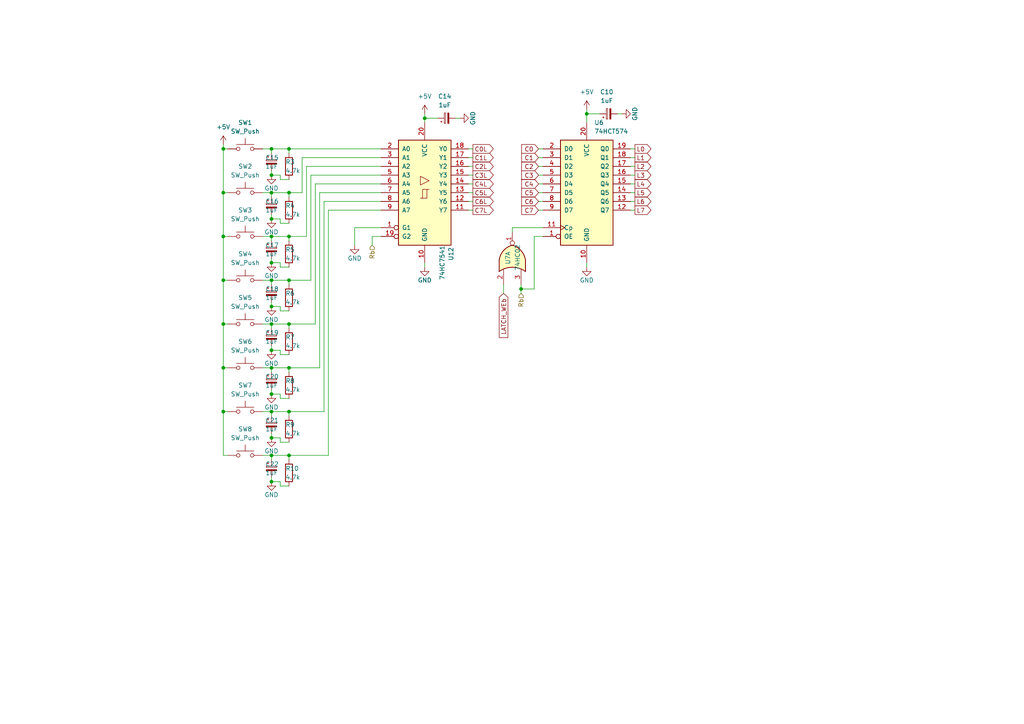
<source format=kicad_sch>
(kicad_sch (version 20231120) (generator "eeschema") (generator_version "8.0")
  (paper "A4")
  (lib_symbols
    (symbol "74xx:74HC02" (pin_names (offset 1.016))
      (property "Reference" "U" (at 0 1.27 0))
      (property "Value" "74HC02" (at 0 -1.27 0))
      (symbol "74HC02_1_1"
        (arc (start -3.81 -3.81) (mid -2.589 0) (end -3.81 3.81) (stroke (width 0.254)))
        (arc (start -0.6096 -3.81) (mid 2.1842 -2.5851) (end 3.81 0) (stroke (width 0.254)) (fill (type background)))
        (polyline (pts (xy -3.81 -3.81) (xy -0.635 -3.81)) (stroke (width 0.254)) (fill (type background)))
        (polyline (pts (xy -3.81 3.81) (xy -0.635 3.81)) (stroke (width 0.254)) (fill (type background)))
        (polyline (pts (xy -0.635 3.81) (xy -3.81 3.81) (xy -3.81 3.81) (xy -3.556 3.4036) (xy -3.0226 2.2606) (xy -2.6924 1.0414) (xy -2.6162 -0.254) (xy -2.7686 -1.4986) (xy -3.175 -2.7178) (xy -3.81 -3.81) (xy -3.81 -3.81) (xy -0.635 -3.81)) (stroke (width -25.4)) (fill (type background)))
        (arc (start 3.81 0) (mid 2.1915 2.5936) (end -0.6096 3.81) (stroke (width 0.254)) (fill (type background)))
        (pin output inverted (at 7.62 0 180) (length 3.81) (name "~") (number "1"))
        (pin input line (at -7.62 2.54 0) (length 4.318) (name "~") (number "2"))
        (pin input line (at -7.62 -2.54 0) (length 4.318) (name "~") (number "3"))
      )
      (symbol "74HC02_1_2"
        (arc (start 0 -3.81) (mid 3.7934 0) (end 0 3.81) (stroke (width 0.254)) (fill (type background)))
        (polyline (pts (xy 0 3.81) (xy -3.81 3.81) (xy -3.81 -3.81) (xy 0 -3.81)) (stroke (width 0.254)) (fill (type background)))
        (pin output line (at 7.62 0 180) (length 3.81) (name "~") (number "1"))
        (pin input inverted (at -7.62 2.54 0) (length 3.81) (name "~") (number "2"))
        (pin input inverted (at -7.62 -2.54 0) (length 3.81) (name "~") (number "3"))
      )
      (symbol "74HC02_2_1"
        (arc (start -3.81 -3.81) (mid -2.589 0) (end -3.81 3.81) (stroke (width 0.254)))
        (arc (start -0.6096 -3.81) (mid 2.1842 -2.5851) (end 3.81 0) (stroke (width 0.254)) (fill (type background)))
        (polyline (pts (xy -3.81 -3.81) (xy -0.635 -3.81)) (stroke (width 0.254)) (fill (type background)))
        (polyline (pts (xy -3.81 3.81) (xy -0.635 3.81)) (stroke (width 0.254)) (fill (type background)))
        (polyline (pts (xy -0.635 3.81) (xy -3.81 3.81) (xy -3.81 3.81) (xy -3.556 3.4036) (xy -3.0226 2.2606) (xy -2.6924 1.0414) (xy -2.6162 -0.254) (xy -2.7686 -1.4986) (xy -3.175 -2.7178) (xy -3.81 -3.81) (xy -3.81 -3.81) (xy -0.635 -3.81)) (stroke (width -25.4)) (fill (type background)))
        (arc (start 3.81 0) (mid 2.1915 2.5936) (end -0.6096 3.81) (stroke (width 0.254)) (fill (type background)))
        (pin output inverted (at 7.62 0 180) (length 3.81) (name "~") (number "4"))
        (pin input line (at -7.62 2.54 0) (length 4.318) (name "~") (number "5"))
        (pin input line (at -7.62 -2.54 0) (length 4.318) (name "~") (number "6"))
      )
      (symbol "74HC02_2_2"
        (arc (start 0 -3.81) (mid 3.7934 0) (end 0 3.81) (stroke (width 0.254)) (fill (type background)))
        (polyline (pts (xy 0 3.81) (xy -3.81 3.81) (xy -3.81 -3.81) (xy 0 -3.81)) (stroke (width 0.254)) (fill (type background)))
        (pin output line (at 7.62 0 180) (length 3.81) (name "~") (number "4"))
        (pin input inverted (at -7.62 2.54 0) (length 3.81) (name "~") (number "5"))
        (pin input inverted (at -7.62 -2.54 0) (length 3.81) (name "~") (number "6"))
      )
      (symbol "74HC02_3_1"
        (arc (start -3.81 -3.81) (mid -2.589 0) (end -3.81 3.81) (stroke (width 0.254)))
        (arc (start -0.6096 -3.81) (mid 2.1842 -2.5851) (end 3.81 0) (stroke (width 0.254)) (fill (type background)))
        (polyline (pts (xy -3.81 -3.81) (xy -0.635 -3.81)) (stroke (width 0.254)) (fill (type background)))
        (polyline (pts (xy -3.81 3.81) (xy -0.635 3.81)) (stroke (width 0.254)) (fill (type background)))
        (polyline (pts (xy -0.635 3.81) (xy -3.81 3.81) (xy -3.81 3.81) (xy -3.556 3.4036) (xy -3.0226 2.2606) (xy -2.6924 1.0414) (xy -2.6162 -0.254) (xy -2.7686 -1.4986) (xy -3.175 -2.7178) (xy -3.81 -3.81) (xy -3.81 -3.81) (xy -0.635 -3.81)) (stroke (width -25.4)) (fill (type background)))
        (arc (start 3.81 0) (mid 2.1915 2.5936) (end -0.6096 3.81) (stroke (width 0.254)) (fill (type background)))
        (pin output inverted (at 7.62 0 180) (length 3.81) (name "~") (number "10"))
        (pin input line (at -7.62 2.54 0) (length 4.318) (name "~") (number "8"))
        (pin input line (at -7.62 -2.54 0) (length 4.318) (name "~") (number "9"))
      )
      (symbol "74HC02_3_2"
        (arc (start 0 -3.81) (mid 3.7934 0) (end 0 3.81) (stroke (width 0.254)) (fill (type background)))
        (polyline (pts (xy 0 3.81) (xy -3.81 3.81) (xy -3.81 -3.81) (xy 0 -3.81)) (stroke (width 0.254)) (fill (type background)))
        (pin output line (at 7.62 0 180) (length 3.81) (name "~") (number "10"))
        (pin input inverted (at -7.62 2.54 0) (length 3.81) (name "~") (number "8"))
        (pin input inverted (at -7.62 -2.54 0) (length 3.81) (name "~") (number "9"))
      )
      (symbol "74HC02_4_1"
        (arc (start -3.81 -3.81) (mid -2.589 0) (end -3.81 3.81) (stroke (width 0.254)))
        (arc (start -0.6096 -3.81) (mid 2.1842 -2.5851) (end 3.81 0) (stroke (width 0.254)) (fill (type background)))
        (polyline (pts (xy -3.81 -3.81) (xy -0.635 -3.81)) (stroke (width 0.254)) (fill (type background)))
        (polyline (pts (xy -3.81 3.81) (xy -0.635 3.81)) (stroke (width 0.254)) (fill (type background)))
        (polyline (pts (xy -0.635 3.81) (xy -3.81 3.81) (xy -3.81 3.81) (xy -3.556 3.4036) (xy -3.0226 2.2606) (xy -2.6924 1.0414) (xy -2.6162 -0.254) (xy -2.7686 -1.4986) (xy -3.175 -2.7178) (xy -3.81 -3.81) (xy -3.81 -3.81) (xy -0.635 -3.81)) (stroke (width -25.4)) (fill (type background)))
        (arc (start 3.81 0) (mid 2.1915 2.5936) (end -0.6096 3.81) (stroke (width 0.254)) (fill (type background)))
        (pin input line (at -7.62 2.54 0) (length 4.318) (name "~") (number "11"))
        (pin input line (at -7.62 -2.54 0) (length 4.318) (name "~") (number "12"))
        (pin output inverted (at 7.62 0 180) (length 3.81) (name "~") (number "13"))
      )
      (symbol "74HC02_4_2"
        (arc (start 0 -3.81) (mid 3.7934 0) (end 0 3.81) (stroke (width 0.254)) (fill (type background)))
        (polyline (pts (xy 0 3.81) (xy -3.81 3.81) (xy -3.81 -3.81) (xy 0 -3.81)) (stroke (width 0.254)) (fill (type background)))
        (pin input inverted (at -7.62 2.54 0) (length 3.81) (name "~") (number "11"))
        (pin input inverted (at -7.62 -2.54 0) (length 3.81) (name "~") (number "12"))
        (pin output line (at 7.62 0 180) (length 3.81) (name "~") (number "13"))
      )
      (symbol "74HC02_5_0"
        (pin power_in line (at 0 12.7 270) (length 5.08) (name "VCC") (number "14"))
        (pin power_in line (at 0 -12.7 90) (length 5.08) (name "GND") (number "7"))
      )
      (symbol "74HC02_5_1"
        (rectangle (start -5.08 7.62) (end 5.08 -7.62) (stroke (width 0.254)) (fill (type background)))
      )
    )
    (symbol "74xx:74HCT541" (pin_names (offset 1.016))
      (property "Reference" "U" (at -7.62 16.51 0))
      (property "Value" "74HCT541" (at -7.62 -16.51 0))
      (symbol "74HCT541_1_0"
        (polyline (pts (xy -0.635 -1.6002) (xy -0.635 0.9398) (xy 0.635 0.9398)))
        (polyline (pts (xy -1.27 -1.6002) (xy 0.635 -1.6002) (xy 0.635 0.9398) (xy 1.27 0.9398)))
        (polyline (pts (xy 1.27 3.4798) (xy -1.27 4.7498) (xy -1.27 2.2098) (xy 1.27 3.4798)) (stroke (width 0.1524)))
        (pin input inverted (at -12.7 -10.16 0) (length 5.08) (name "G1") (number "1"))
        (pin power_in line (at 0 -20.32 90) (length 5.08) (name "GND") (number "10"))
        (pin tri_state line (at 12.7 -5.08 180) (length 5.08) (name "Y7") (number "11"))
        (pin tri_state line (at 12.7 -2.54 180) (length 5.08) (name "Y6") (number "12"))
        (pin tri_state line (at 12.7 0 180) (length 5.08) (name "Y5") (number "13"))
        (pin tri_state line (at 12.7 2.54 180) (length 5.08) (name "Y4") (number "14"))
        (pin tri_state line (at 12.7 5.08 180) (length 5.08) (name "Y3") (number "15"))
        (pin tri_state line (at 12.7 7.62 180) (length 5.08) (name "Y2") (number "16"))
        (pin tri_state line (at 12.7 10.16 180) (length 5.08) (name "Y1") (number "17"))
        (pin tri_state line (at 12.7 12.7 180) (length 5.08) (name "Y0") (number "18"))
        (pin input inverted (at -12.7 -12.7 0) (length 5.08) (name "G2") (number "19"))
        (pin input line (at -12.7 12.7 0) (length 5.08) (name "A0") (number "2"))
        (pin power_in line (at 0 20.32 270) (length 5.08) (name "VCC") (number "20"))
        (pin input line (at -12.7 10.16 0) (length 5.08) (name "A1") (number "3"))
        (pin input line (at -12.7 7.62 0) (length 5.08) (name "A2") (number "4"))
        (pin input line (at -12.7 5.08 0) (length 5.08) (name "A3") (number "5"))
        (pin input line (at -12.7 2.54 0) (length 5.08) (name "A4") (number "6"))
        (pin input line (at -12.7 0 0) (length 5.08) (name "A5") (number "7"))
        (pin input line (at -12.7 -2.54 0) (length 5.08) (name "A6") (number "8"))
        (pin input line (at -12.7 -5.08 0) (length 5.08) (name "A7") (number "9"))
      )
      (symbol "74HCT541_1_1"
        (rectangle (start -7.62 15.24) (end 7.62 -15.24) (stroke (width 0.254)) (fill (type background)))
      )
    )
    (symbol "74xx:74HCT574" (pin_names (offset 1.016))
      (property "Reference" "U" (at -7.62 16.51 0))
      (property "Value" "74HCT574" (at -7.62 -16.51 0))
      (symbol "74HCT574_1_0"
        (pin input inverted (at -12.7 -12.7 0) (length 5.08) (name "OE") (number "1"))
        (pin power_in line (at 0 -20.32 90) (length 5.08) (name "GND") (number "10"))
        (pin input clock (at -12.7 -10.16 0) (length 5.08) (name "Cp") (number "11"))
        (pin tri_state line (at 12.7 -5.08 180) (length 5.08) (name "Q7") (number "12"))
        (pin tri_state line (at 12.7 -2.54 180) (length 5.08) (name "Q6") (number "13"))
        (pin tri_state line (at 12.7 0 180) (length 5.08) (name "Q5") (number "14"))
        (pin tri_state line (at 12.7 2.54 180) (length 5.08) (name "Q4") (number "15"))
        (pin tri_state line (at 12.7 5.08 180) (length 5.08) (name "Q3") (number "16"))
        (pin tri_state line (at 12.7 7.62 180) (length 5.08) (name "Q2") (number "17"))
        (pin tri_state line (at 12.7 10.16 180) (length 5.08) (name "Q1") (number "18"))
        (pin tri_state line (at 12.7 12.7 180) (length 5.08) (name "Q0") (number "19"))
        (pin input line (at -12.7 12.7 0) (length 5.08) (name "D0") (number "2"))
        (pin power_in line (at 0 20.32 270) (length 5.08) (name "VCC") (number "20"))
        (pin input line (at -12.7 10.16 0) (length 5.08) (name "D1") (number "3"))
        (pin input line (at -12.7 7.62 0) (length 5.08) (name "D2") (number "4"))
        (pin input line (at -12.7 5.08 0) (length 5.08) (name "D3") (number "5"))
        (pin input line (at -12.7 2.54 0) (length 5.08) (name "D4") (number "6"))
        (pin input line (at -12.7 0 0) (length 5.08) (name "D5") (number "7"))
        (pin input line (at -12.7 -2.54 0) (length 5.08) (name "D6") (number "8"))
        (pin input line (at -12.7 -5.08 0) (length 5.08) (name "D7") (number "9"))
      )
      (symbol "74HCT574_1_1"
        (rectangle (start -7.62 15.24) (end 7.62 -15.24) (stroke (width 0.254)) (fill (type background)))
      )
    )
    (symbol "Device:C_Polarized_Small" (pin_numbers hide) (pin_names (offset 0.254) hide)
      (property "Reference" "C" (at 0.254 1.778 0))
      (property "Value" "C_Polarized_Small" (at 0.254 -2.032 0))
      (symbol "C_Polarized_Small_0_1"
        (rectangle (start -1.524 -0.3048) (end 1.524 -0.6858) (fill (type outline)))
        (rectangle (start -1.524 0.6858) (end 1.524 0.3048))
        (polyline (pts (xy -1.27 1.524) (xy -0.762 1.524)))
        (polyline (pts (xy -1.016 1.27) (xy -1.016 1.778)))
      )
      (symbol "C_Polarized_Small_1_1"
        (pin passive line (at 0 2.54 270) (length 1.8542) (name "~") (number "1"))
        (pin passive line (at 0 -2.54 90) (length 1.8542) (name "~") (number "2"))
      )
    )
    (symbol "Device:R" (pin_numbers hide) (pin_names (offset 0))
      (property "Reference" "R" (at 2.032 0 90))
      (property "Value" "R" (at 0 0 90))
      (symbol "R_0_1"
        (rectangle (start -1.016 -2.54) (end 1.016 2.54) (stroke (width 0.254)))
      )
      (symbol "R_1_1"
        (pin passive line (at 0 3.81 270) (length 1.27) (name "~") (number "1"))
        (pin passive line (at 0 -3.81 90) (length 1.27) (name "~") (number "2"))
      )
    )
    (symbol "Switch:SW_Push" (pin_numbers hide) (pin_names (offset 1.016) hide)
      (property "Reference" "SW" (at 1.27 2.54 0))
      (property "Value" "SW_Push" (at 0 -1.524 0))
      (symbol "SW_Push_0_1"
        (circle (center -2.032 0) (radius 0.508))
        (polyline (pts (xy 0 1.27) (xy 0 3.048)))
        (polyline (pts (xy 2.54 1.27) (xy -2.54 1.27)))
        (circle (center 2.032 0) (radius 0.508))
        (pin passive line (at -5.08 0 0) (length 2.54) (name "1") (number "1"))
        (pin passive line (at 5.08 0 180) (length 2.54) (name "2") (number "2"))
      )
    )
    (symbol "power:+5V" (power) (pin_names (offset 0))
      (property "Value" "+5V" (at 0 3.556 0))
      (symbol "+5V_0_1"
        (polyline (pts (xy -0.762 1.27) (xy 0 2.54)))
        (polyline (pts (xy 0 0) (xy 0 2.54)))
        (polyline (pts (xy 0 2.54) (xy 0.762 1.27)))
      )
      (symbol "+5V_1_1"
        (pin power_in line (at 0 0 90) (length 0) hide (name "+5V") (number "1"))
      )
    )
    (symbol "power:GND" (power) (pin_names (offset 0))
      (property "Value" "GND" (at 0 -3.81 0))
      (symbol "GND_0_1"
        (polyline (pts (xy 0 0) (xy 0 -1.27) (xy 1.27 -1.27) (xy 0 -2.54) (xy -1.27 -1.27) (xy 0 -1.27)))
      )
      (symbol "GND_1_1"
        (pin power_in line (at 0 0 270) (length 0) hide (name "GND") (number "1"))
      )
    )
  )
  (junction (at 78.74 127))
  (junction (at 78.74 132.08))
  (junction (at 83.82 119.38))
  (junction (at 83.82 93.98))
  (junction (at 64.77 81.28))
  (junction (at 78.74 81.28))
  (junction (at 123.19 34.29))
  (junction (at 64.77 119.38))
  (junction (at 83.82 132.08))
  (junction (at 78.74 101.6))
  (junction (at 64.77 106.68))
  (junction (at 83.82 55.88))
  (junction (at 151.13 83.82))
  (junction (at 170.18 33.02))
  (junction (at 64.77 68.58))
  (junction (at 78.74 106.68))
  (junction (at 83.82 43.18))
  (junction (at 64.77 55.88))
  (junction (at 78.74 114.3))
  (junction (at 78.74 55.88))
  (junction (at 78.74 63.5))
  (junction (at 64.77 93.98))
  (junction (at 64.77 43.18))
  (junction (at 78.74 88.9))
  (junction (at 78.74 50.8))
  (junction (at 78.74 139.7))
  (junction (at 78.74 43.18))
  (junction (at 78.74 76.2))
  (junction (at 83.82 68.58))
  (junction (at 78.74 119.38))
  (junction (at 83.82 106.68))
  (junction (at 78.74 93.98))
  (junction (at 78.74 68.58))
  (junction (at 83.82 81.28))
  (wire (pts (xy 78.74 138.43) (xy 78.74 139.7)))
  (wire (pts (xy 133.35 34.29) (xy 132.08 34.29)))
  (wire (pts (xy 87.63 45.72) (xy 87.63 55.88)))
  (wire (pts (xy 78.74 125.73) (xy 78.74 127)))
  (wire (pts (xy 78.74 81.28) (xy 76.2 81.28)))
  (wire (pts (xy 151.13 85.09) (xy 151.13 83.82)))
  (wire (pts (xy 156.21 53.34) (xy 157.48 53.34)))
  (wire (pts (xy 81.28 77.47) (xy 81.28 76.2)))
  (wire (pts (xy 78.74 119.38) (xy 83.82 119.38)))
  (wire (pts (xy 137.16 60.96) (xy 135.89 60.96)))
  (wire (pts (xy 156.21 43.18) (xy 157.48 43.18)))
  (wire (pts (xy 64.77 55.88) (xy 64.77 68.58)))
  (wire (pts (xy 156.21 50.8) (xy 157.48 50.8)))
  (wire (pts (xy 107.95 71.12) (xy 107.95 68.58)))
  (wire (pts (xy 66.04 106.68) (xy 64.77 106.68)))
  (wire (pts (xy 78.74 49.53) (xy 78.74 50.8)))
  (wire (pts (xy 81.28 52.07) (xy 81.28 50.8)))
  (wire (pts (xy 110.49 60.96) (xy 95.25 60.96)))
  (wire (pts (xy 184.15 55.88) (xy 182.88 55.88)))
  (wire (pts (xy 66.04 43.18) (xy 64.77 43.18)))
  (wire (pts (xy 156.21 58.42) (xy 157.48 58.42)))
  (wire (pts (xy 83.82 107.95) (xy 83.82 106.68)))
  (wire (pts (xy 78.74 106.68) (xy 76.2 106.68)))
  (wire (pts (xy 81.28 140.97) (xy 81.28 139.7)))
  (wire (pts (xy 137.16 50.8) (xy 135.89 50.8)))
  (wire (pts (xy 170.18 33.02) (xy 170.18 35.56)))
  (wire (pts (xy 148.59 66.04) (xy 148.59 67.31)))
  (wire (pts (xy 76.2 119.38) (xy 78.74 119.38)))
  (wire (pts (xy 91.44 53.34) (xy 91.44 93.98)))
  (wire (pts (xy 137.16 48.26) (xy 135.89 48.26)))
  (wire (pts (xy 123.19 34.29) (xy 123.19 35.56)))
  (wire (pts (xy 83.82 82.55) (xy 83.82 81.28)))
  (wire (pts (xy 184.15 48.26) (xy 182.88 48.26)))
  (wire (pts (xy 83.82 120.65) (xy 83.82 119.38)))
  (wire (pts (xy 78.74 55.88) (xy 76.2 55.88)))
  (wire (pts (xy 81.28 114.3) (xy 78.74 114.3)))
  (wire (pts (xy 110.49 66.04) (xy 102.87 66.04)))
  (wire (pts (xy 64.77 41.91) (xy 64.77 43.18)))
  (wire (pts (xy 78.74 133.35) (xy 78.74 132.08)))
  (wire (pts (xy 81.28 76.2) (xy 78.74 76.2)))
  (wire (pts (xy 102.87 66.04) (xy 102.87 71.12)))
  (wire (pts (xy 78.74 120.65) (xy 78.74 119.38)))
  (wire (pts (xy 95.25 60.96) (xy 95.25 132.08)))
  (wire (pts (xy 123.19 33.02) (xy 123.19 34.29)))
  (wire (pts (xy 78.74 69.85) (xy 78.74 68.58)))
  (wire (pts (xy 83.82 69.85) (xy 83.82 68.58)))
  (wire (pts (xy 170.18 33.02) (xy 173.99 33.02)))
  (wire (pts (xy 64.77 93.98) (xy 64.77 106.68)))
  (wire (pts (xy 83.82 81.28) (xy 78.74 81.28)))
  (wire (pts (xy 137.16 45.72) (xy 135.89 45.72)))
  (wire (pts (xy 83.82 43.18) (xy 110.49 43.18)))
  (wire (pts (xy 64.77 106.68) (xy 64.77 119.38)))
  (wire (pts (xy 83.82 115.57) (xy 81.28 115.57)))
  (wire (pts (xy 83.82 64.77) (xy 81.28 64.77)))
  (wire (pts (xy 110.49 55.88) (xy 92.71 55.88)))
  (wire (pts (xy 78.74 93.98) (xy 76.2 93.98)))
  (wire (pts (xy 83.82 90.17) (xy 81.28 90.17)))
  (wire (pts (xy 78.74 113.03) (xy 78.74 114.3)))
  (wire (pts (xy 64.77 119.38) (xy 66.04 119.38)))
  (wire (pts (xy 83.82 77.47) (xy 81.28 77.47)))
  (wire (pts (xy 107.95 68.58) (xy 110.49 68.58)))
  (wire (pts (xy 184.15 45.72) (xy 182.88 45.72)))
  (wire (pts (xy 90.17 50.8) (xy 90.17 81.28)))
  (wire (pts (xy 64.77 55.88) (xy 66.04 55.88)))
  (wire (pts (xy 81.28 90.17) (xy 81.28 88.9)))
  (wire (pts (xy 81.28 50.8) (xy 78.74 50.8)))
  (wire (pts (xy 123.19 77.47) (xy 123.19 76.2)))
  (wire (pts (xy 81.28 115.57) (xy 81.28 114.3)))
  (wire (pts (xy 170.18 77.47) (xy 170.18 76.2)))
  (wire (pts (xy 64.77 68.58) (xy 64.77 81.28)))
  (wire (pts (xy 81.28 139.7) (xy 78.74 139.7)))
  (wire (pts (xy 83.82 55.88) (xy 78.74 55.88)))
  (wire (pts (xy 78.74 68.58) (xy 83.82 68.58)))
  (wire (pts (xy 76.2 68.58) (xy 78.74 68.58)))
  (wire (pts (xy 184.15 43.18) (xy 182.88 43.18)))
  (wire (pts (xy 154.94 68.58) (xy 154.94 83.82)))
  (wire (pts (xy 78.74 62.23) (xy 78.74 63.5)))
  (wire (pts (xy 83.82 44.45) (xy 83.82 43.18)))
  (wire (pts (xy 83.82 93.98) (xy 78.74 93.98)))
  (wire (pts (xy 156.21 60.96) (xy 157.48 60.96)))
  (wire (pts (xy 92.71 106.68) (xy 83.82 106.68)))
  (wire (pts (xy 83.82 119.38) (xy 93.98 119.38)))
  (wire (pts (xy 151.13 83.82) (xy 154.94 83.82)))
  (wire (pts (xy 83.82 57.15) (xy 83.82 55.88)))
  (wire (pts (xy 110.49 53.34) (xy 91.44 53.34)))
  (wire (pts (xy 110.49 50.8) (xy 90.17 50.8)))
  (wire (pts (xy 180.34 33.02) (xy 179.07 33.02)))
  (wire (pts (xy 137.16 55.88) (xy 135.89 55.88)))
  (wire (pts (xy 78.74 95.25) (xy 78.74 93.98)))
  (wire (pts (xy 81.28 128.27) (xy 81.28 127)))
  (wire (pts (xy 81.28 88.9) (xy 78.74 88.9)))
  (wire (pts (xy 93.98 119.38) (xy 93.98 58.42)))
  (wire (pts (xy 81.28 127) (xy 78.74 127)))
  (wire (pts (xy 151.13 83.82) (xy 151.13 82.55)))
  (wire (pts (xy 64.77 81.28) (xy 64.77 93.98)))
  (wire (pts (xy 157.48 66.04) (xy 148.59 66.04)))
  (wire (pts (xy 92.71 55.88) (xy 92.71 106.68)))
  (wire (pts (xy 78.74 82.55) (xy 78.74 81.28)))
  (wire (pts (xy 83.82 95.25) (xy 83.82 93.98)))
  (wire (pts (xy 81.28 101.6) (xy 78.74 101.6)))
  (wire (pts (xy 137.16 58.42) (xy 135.89 58.42)))
  (wire (pts (xy 93.98 58.42) (xy 110.49 58.42)))
  (wire (pts (xy 83.82 140.97) (xy 81.28 140.97)))
  (wire (pts (xy 87.63 55.88) (xy 83.82 55.88)))
  (wire (pts (xy 78.74 87.63) (xy 78.74 88.9)))
  (wire (pts (xy 137.16 53.34) (xy 135.89 53.34)))
  (wire (pts (xy 83.82 132.08) (xy 78.74 132.08)))
  (wire (pts (xy 81.28 102.87) (xy 81.28 101.6)))
  (wire (pts (xy 184.15 53.34) (xy 182.88 53.34)))
  (wire (pts (xy 83.82 106.68) (xy 78.74 106.68)))
  (wire (pts (xy 78.74 100.33) (xy 78.74 101.6)))
  (wire (pts (xy 83.82 52.07) (xy 81.28 52.07)))
  (wire (pts (xy 64.77 81.28) (xy 66.04 81.28)))
  (wire (pts (xy 156.21 48.26) (xy 157.48 48.26)))
  (wire (pts (xy 78.74 44.45) (xy 78.74 43.18)))
  (wire (pts (xy 156.21 45.72) (xy 157.48 45.72)))
  (wire (pts (xy 146.05 82.55) (xy 146.05 85.09)))
  (wire (pts (xy 95.25 132.08) (xy 83.82 132.08)))
  (wire (pts (xy 83.82 102.87) (xy 81.28 102.87)))
  (wire (pts (xy 88.9 68.58) (xy 88.9 48.26)))
  (wire (pts (xy 76.2 43.18) (xy 78.74 43.18)))
  (wire (pts (xy 90.17 81.28) (xy 83.82 81.28)))
  (wire (pts (xy 123.19 34.29) (xy 127 34.29)))
  (wire (pts (xy 66.04 132.08) (xy 64.77 132.08)))
  (wire (pts (xy 83.82 68.58) (xy 88.9 68.58)))
  (wire (pts (xy 88.9 48.26) (xy 110.49 48.26)))
  (wire (pts (xy 184.15 60.96) (xy 182.88 60.96)))
  (wire (pts (xy 64.77 43.18) (xy 64.77 55.88)))
  (wire (pts (xy 78.74 107.95) (xy 78.74 106.68)))
  (wire (pts (xy 83.82 128.27) (xy 81.28 128.27)))
  (wire (pts (xy 137.16 43.18) (xy 135.89 43.18)))
  (wire (pts (xy 184.15 58.42) (xy 182.88 58.42)))
  (wire (pts (xy 83.82 133.35) (xy 83.82 132.08)))
  (wire (pts (xy 78.74 74.93) (xy 78.74 76.2)))
  (wire (pts (xy 91.44 93.98) (xy 83.82 93.98)))
  (wire (pts (xy 78.74 57.15) (xy 78.74 55.88)))
  (wire (pts (xy 64.77 93.98) (xy 66.04 93.98)))
  (wire (pts (xy 170.18 31.75) (xy 170.18 33.02)))
  (wire (pts (xy 78.74 132.08) (xy 76.2 132.08)))
  (wire (pts (xy 64.77 68.58) (xy 66.04 68.58)))
  (wire (pts (xy 81.28 64.77) (xy 81.28 63.5)))
  (wire (pts (xy 156.21 55.88) (xy 157.48 55.88)))
  (wire (pts (xy 154.94 68.58) (xy 157.48 68.58)))
  (wire (pts (xy 64.77 132.08) (xy 64.77 119.38)))
  (wire (pts (xy 78.74 43.18) (xy 83.82 43.18)))
  (wire (pts (xy 184.15 50.8) (xy 182.88 50.8)))
  (wire (pts (xy 81.28 63.5) (xy 78.74 63.5)))
  (wire (pts (xy 110.49 45.72) (xy 87.63 45.72)))
  (global_label "C2L" (shape output) (at 137.16 48.26 0) (property "Intersheetrefs" "${INTERSHEET_REFS}" (effects (hide yes))))
  (global_label "C1L" (shape output) (at 137.16 45.72 0) (property "Intersheetrefs" "${INTERSHEET_REFS}" (effects (hide yes))))
  (global_label "C4" (shape input) (at 156.21 53.34 180) (property "Intersheetrefs" "${INTERSHEET_REFS}" (effects (hide yes))))
  (global_label "L0" (shape output) (at 184.15 43.18 0) (property "Intersheetrefs" "${INTERSHEET_REFS}" (effects (hide yes))))
  (global_label "C0L" (shape output) (at 137.16 43.18 0) (property "Intersheetrefs" "${INTERSHEET_REFS}" (effects (hide yes))))
  (global_label "C6" (shape input) (at 156.21 58.42 180) (property "Intersheetrefs" "${INTERSHEET_REFS}" (effects (hide yes))))
  (global_label "C5L" (shape output) (at 137.16 55.88 0) (property "Intersheetrefs" "${INTERSHEET_REFS}" (effects (hide yes))))
  (global_label "L6" (shape output) (at 184.15 58.42 0) (property "Intersheetrefs" "${INTERSHEET_REFS}" (effects (hide yes))))
  (global_label "C7" (shape input) (at 156.21 60.96 180) (property "Intersheetrefs" "${INTERSHEET_REFS}" (effects (hide yes))))
  (global_label "L1" (shape output) (at 184.15 45.72 0) (property "Intersheetrefs" "${INTERSHEET_REFS}" (effects (hide yes))))
  (global_label "C6L" (shape output) (at 137.16 58.42 0) (property "Intersheetrefs" "${INTERSHEET_REFS}" (effects (hide yes))))
  (global_label "C3L" (shape output) (at 137.16 50.8 0) (property "Intersheetrefs" "${INTERSHEET_REFS}" (effects (hide yes))))
  (global_label "C2" (shape input) (at 156.21 48.26 180) (property "Intersheetrefs" "${INTERSHEET_REFS}" (effects (hide yes))))
  (global_label "C1" (shape input) (at 156.21 45.72 180) (property "Intersheetrefs" "${INTERSHEET_REFS}" (effects (hide yes))))
  (global_label "C5" (shape input) (at 156.21 55.88 180) (property "Intersheetrefs" "${INTERSHEET_REFS}" (effects (hide yes))))
  (global_label "C7L" (shape output) (at 137.16 60.96 0) (property "Intersheetrefs" "${INTERSHEET_REFS}" (effects (hide yes))))
  (global_label "L4" (shape output) (at 184.15 53.34 0) (property "Intersheetrefs" "${INTERSHEET_REFS}" (effects (hide yes))))
  (global_label "LATCH_WEb" (shape input) (at 146.05 85.09 270) (property "Intersheetrefs" "${INTERSHEET_REFS}" (effects (hide yes))))
  (global_label "C4L" (shape output) (at 137.16 53.34 0) (property "Intersheetrefs" "${INTERSHEET_REFS}" (effects (hide yes))))
  (global_label "C3" (shape input) (at 156.21 50.8 180) (property "Intersheetrefs" "${INTERSHEET_REFS}" (effects (hide yes))))
  (global_label "L7" (shape output) (at 184.15 60.96 0) (property "Intersheetrefs" "${INTERSHEET_REFS}" (effects (hide yes))))
  (global_label "C0" (shape input) (at 156.21 43.18 180) (property "Intersheetrefs" "${INTERSHEET_REFS}" (effects (hide yes))))
  (global_label "L2" (shape output) (at 184.15 48.26 0) (property "Intersheetrefs" "${INTERSHEET_REFS}" (effects (hide yes))))
  (global_label "L5" (shape output) (at 184.15 55.88 0) (property "Intersheetrefs" "${INTERSHEET_REFS}" (effects (hide yes))))
  (global_label "L3" (shape output) (at 184.15 50.8 0) (property "Intersheetrefs" "${INTERSHEET_REFS}" (effects (hide yes))))
  (hierarchical_label "Rb" (shape input) (at 107.95 71.12 270))
  (hierarchical_label "Rb" (shape input) (at 151.13 85.09 270))
  (symbol (lib_id "power:+5V") (at 64.77 41.91 0) (unit 1)
    (property "Reference" "#PWR048" (effects (hide yes)))
    (property "Value" "+5V" (at 64.77 36.83 0))
    (instances (project "Claculator_Keypad" (path "" (reference "#PWR048") (unit 1)) (path "" (reference "#PWR061") (unit 1)) (path "" (reference "#PWR077") (unit 1)) (path "" (reference "#PWR093") (unit 1)) (path "" (reference "#PWR0109") (unit 1)) (path "" (reference "#PWR0134") (unit 1))))
  )
  (symbol (lib_id "Switch:SW_Push") (at 71.12 68.58 0) (unit 1)
    (property "Reference" "SW3" (at 71.12 60.96 0))
    (property "Value" "SW_Push" (at 71.12 63.5 0))
    (property "Footprint" "keyswitches:SW_MX" (effects (hide yes)))
    (property "Description" "Push button switch, generic, two pins" (effects (hide yes)))
    (instances (project "Claculator_Keypad" (path "" (reference "SW3") (unit 1)) (path "" (reference "SW11") (unit 1)) (path "" (reference "SW19") (unit 1)) (path "" (reference "SW27") (unit 1)) (path "" (reference "SW35") (unit 1)) (path "" (reference "SW43") (unit 1))))
  )
  (symbol (lib_id "Switch:SW_Push") (at 71.12 81.28 0) (unit 1)
    (property "Reference" "SW4" (at 71.12 73.66 0))
    (property "Value" "SW_Push" (at 71.12 76.2 0))
    (property "Footprint" "keyswitches:SW_MX" (effects (hide yes)))
    (property "Description" "Push button switch, generic, two pins" (effects (hide yes)))
    (instances (project "Claculator_Keypad" (path "" (reference "SW4") (unit 1)) (path "" (reference "SW12") (unit 1)) (path "" (reference "SW20") (unit 1)) (path "" (reference "SW28") (unit 1)) (path "" (reference "SW36") (unit 1)) (path "" (reference "SW44") (unit 1))))
  )
  (symbol (lib_id "Device:R") (at 83.82 124.46 0) (unit 1)
    (property "Reference" "R9" (at 82.804 123.19 0) (effects (justify left)))
    (property "Value" "4.7k" (at 82.804 125.73 0) (effects (justify left)))
    (property "Footprint" "Resistor_SMD:R_1206_3216Metric" (effects (hide yes)))
    (property "Description" "Resistor" (effects (hide yes)))
    (instances (project "Claculator_Keypad" (path "" (reference "R9") (unit 1)) (path "" (reference "R17") (unit 1)) (path "" (reference "R25") (unit 1)) (path "" (reference "R33") (unit 1)) (path "" (reference "R41") (unit 1)) (path "" (reference "R49") (unit 1))))
  )
  (symbol (lib_id "74xx:74HCT574") (at 170.18 55.88 0) (unit 1)
    (property "Reference" "U6" (at 172.3741 35.56 0) (effects (justify left)))
    (property "Value" "74HCT574" (at 172.3741 38.1 0) (effects (justify left)))
    (property "Datasheet" "http://www.ti.com/lit/gpn/sn74HCT574" (effects (hide yes)))
    (property "Description" "8-bit Register, 3-state outputs" (effects (hide yes)))
    (instances (project "Claculator_Keypad" (path "" (reference "U6") (unit 1)) (path "" (reference "U19") (unit 1)) (path "" (reference "U21") (unit 1)) (path "" (reference "U23") (unit 1)) (path "" (reference "U29") (unit 1)) (path "" (reference "U28") (unit 1))))
  )
  (symbol (lib_id "power:GND") (at 78.74 88.9 0) (unit 1)
    (property "Reference" "#PWR043" (effects (hide yes)))
    (property "Value" "GND" (at 78.74 92.71 0))
    (instances (project "Claculator_Keypad" (path "" (reference "#PWR043") (unit 1)) (path "" (reference "#PWR065") (unit 1)) (path "" (reference "#PWR081") (unit 1)) (path "" (reference "#PWR097") (unit 1)) (path "" (reference "#PWR0113") (unit 1)) (path "" (reference "#PWR0138") (unit 1))))
  )
  (symbol (lib_id "power:GND") (at 133.35 34.29 90) (unit 1)
    (property "Reference" "#PWR037" (effects (hide yes)))
    (property "Value" "GND" (at 137.16 34.29 0))
    (instances (project "Claculator_Keypad" (path "" (reference "#PWR037") (unit 1)) (path "" (reference "#PWR073") (unit 1)) (path "" (reference "#PWR089") (unit 1)) (path "" (reference "#PWR0105") (unit 1)) (path "" (reference "#PWR0121") (unit 1)) (path "" (reference "#PWR0146") (unit 1))))
  )
  (symbol (lib_id "Device:C_Polarized_Small") (at 78.74 135.89 0) (unit 1)
    (property "Reference" "C22" (at 76.962 134.62 0) (effects (justify left)))
    (property "Value" "1uF" (at 76.962 137.16 0) (effects (justify left)))
    (property "Footprint" "Capacitor_SMD:C_1206_3216Metric" (effects (hide yes)))
    (instances (project "Claculator_Keypad" (path "" (reference "C22") (unit 1)) (path "" (reference "C35") (unit 1)) (path "" (reference "C45") (unit 1)) (path "" (reference "C55") (unit 1)) (path "" (reference "C65") (unit 1)) (path "" (reference "C79") (unit 1))))
  )
  (symbol (lib_id "Device:R") (at 83.82 86.36 0) (unit 1)
    (property "Reference" "R6" (at 82.804 85.09 0) (effects (justify left)))
    (property "Value" "4.7k" (at 82.804 87.63 0) (effects (justify left)))
    (property "Footprint" "Resistor_SMD:R_1206_3216Metric" (effects (hide yes)))
    (property "Description" "Resistor" (effects (hide yes)))
    (instances (project "Claculator_Keypad" (path "" (reference "R6") (unit 1)) (path "" (reference "R14") (unit 1)) (path "" (reference "R22") (unit 1)) (path "" (reference "R30") (unit 1)) (path "" (reference "R38") (unit 1)) (path "" (reference "R46") (unit 1))))
  )
  (symbol (lib_id "Device:C_Polarized_Small") (at 78.74 85.09 0) (unit 1)
    (property "Reference" "C18" (at 76.962 83.82 0) (effects (justify left)))
    (property "Value" "1uF" (at 76.962 86.36 0) (effects (justify left)))
    (property "Footprint" "Capacitor_SMD:C_1206_3216Metric" (effects (hide yes)))
    (instances (project "Claculator_Keypad" (path "" (reference "C18") (unit 1)) (path "" (reference "C31") (unit 1)) (path "" (reference "C41") (unit 1)) (path "" (reference "C51") (unit 1)) (path "" (reference "C61") (unit 1)) (path "" (reference "C75") (unit 1))))
  )
  (symbol (lib_id "Switch:SW_Push") (at 71.12 119.38 0) (unit 1)
    (property "Reference" "SW7" (at 71.12 111.76 0))
    (property "Value" "SW_Push" (at 71.12 114.3 0))
    (property "Footprint" "keyswitches:SW_MX" (effects (hide yes)))
    (property "Description" "Push button switch, generic, two pins" (effects (hide yes)))
    (instances (project "Claculator_Keypad" (path "" (reference "SW7") (unit 1)) (path "" (reference "SW15") (unit 1)) (path "" (reference "SW23") (unit 1)) (path "" (reference "SW31") (unit 1)) (path "" (reference "SW39") (unit 1)) (path "" (reference "SW47") (unit 1))))
  )
  (symbol (lib_id "Device:C_Polarized_Small") (at 129.54 34.29 90) (unit 1)
    (property "Reference" "C14" (at 128.9939 27.94 90))
    (property "Value" "1uF" (at 128.9939 30.48 90))
    (property "Footprint" "Capacitor_SMD:C_1206_3216Metric" (effects (hide yes)))
    (instances (project "Claculator_Keypad" (path "" (reference "C14") (unit 1)) (path "" (reference "C36") (unit 1)) (path "" (reference "C46") (unit 1)) (path "" (reference "C56") (unit 1)) (path "" (reference "C66") (unit 1)) (path "" (reference "C80") (unit 1))))
  )
  (symbol (lib_id "Switch:SW_Push") (at 71.12 106.68 0) (unit 1)
    (property "Reference" "SW6" (at 71.12 99.06 0))
    (property "Value" "SW_Push" (at 71.12 101.6 0))
    (property "Footprint" "keyswitches:SW_MX" (effects (hide yes)))
    (property "Description" "Push button switch, generic, two pins" (effects (hide yes)))
    (instances (project "Claculator_Keypad" (path "" (reference "SW6") (unit 1)) (path "" (reference "SW14") (unit 1)) (path "" (reference "SW22") (unit 1)) (path "" (reference "SW30") (unit 1)) (path "" (reference "SW38") (unit 1)) (path "" (reference "SW46") (unit 1))))
  )
  (symbol (lib_id "power:GND") (at 78.74 139.7 0) (unit 1)
    (property "Reference" "#PWR047" (effects (hide yes)))
    (property "Value" "GND" (at 78.74 143.51 0))
    (instances (project "Claculator_Keypad" (path "" (reference "#PWR047") (unit 1)) (path "" (reference "#PWR069") (unit 1)) (path "" (reference "#PWR085") (unit 1)) (path "" (reference "#PWR0101") (unit 1)) (path "" (reference "#PWR0117") (unit 1)) (path "" (reference "#PWR0142") (unit 1))))
  )
  (symbol (lib_id "Device:C_Polarized_Small") (at 176.53 33.02 90) (unit 1)
    (property "Reference" "C10" (at 175.9839 26.67 90))
    (property "Value" "1uF" (at 175.9839 29.21 90))
    (property "Footprint" "Capacitor_SMD:C_1206_3216Metric" (effects (hide yes)))
    (instances (project "Claculator_Keypad" (path "" (reference "C10") (unit 1)) (path "" (reference "C37") (unit 1)) (path "" (reference "C47") (unit 1)) (path "" (reference "C57") (unit 1)) (path "" (reference "C67") (unit 1)) (path "" (reference "C81") (unit 1))))
  )
  (symbol (lib_id "74xx:74HC02") (at 148.59 74.93 90) (unit 1)
    (property "Reference" "U7" (at 147.32 72.898 0) (effects (justify right)))
    (property "Value" "74HC02" (at 150.114 70.866 0) (effects (justify right)))
    (property "Datasheet" "http://www.ti.com/lit/gpn/sn74hc02" (effects (hide yes)))
    (property "Description" "quad 2-input NOR gate" (effects (hide yes)))
    (instances (project "Claculator_Keypad" (path "" (reference "U7") (unit 1)) (path "" (reference "U7") (unit 3)) (path "" (reference "U7") (unit 4)) (path "" (reference "U8") (unit 1)) (path "" (reference "U7") (unit 2)) (path "" (reference "U8") (unit 2))))
  )
  (symbol (lib_id "Device:R") (at 83.82 73.66 0) (unit 1)
    (property "Reference" "R5" (at 82.804 72.39 0) (effects (justify left)))
    (property "Value" "4.7k" (at 82.804 74.93 0) (effects (justify left)))
    (property "Footprint" "Resistor_SMD:R_1206_3216Metric" (effects (hide yes)))
    (property "Description" "Resistor" (effects (hide yes)))
    (instances (project "Claculator_Keypad" (path "" (reference "R5") (unit 1)) (path "" (reference "R13") (unit 1)) (path "" (reference "R21") (unit 1)) (path "" (reference "R29") (unit 1)) (path "" (reference "R37") (unit 1)) (path "" (reference "R45") (unit 1))))
  )
  (symbol (lib_id "Device:R") (at 83.82 99.06 0) (unit 1)
    (property "Reference" "R7" (at 82.804 97.79 0) (effects (justify left)))
    (property "Value" "4.7k" (at 82.804 100.33 0) (effects (justify left)))
    (property "Footprint" "Resistor_SMD:R_1206_3216Metric" (effects (hide yes)))
    (property "Description" "Resistor" (effects (hide yes)))
    (instances (project "Claculator_Keypad" (path "" (reference "R7") (unit 1)) (path "" (reference "R15") (unit 1)) (path "" (reference "R23") (unit 1)) (path "" (reference "R31") (unit 1)) (path "" (reference "R39") (unit 1)) (path "" (reference "R47") (unit 1))))
  )
  (symbol (lib_id "Device:C_Polarized_Small") (at 78.74 123.19 0) (unit 1)
    (property "Reference" "C21" (at 76.962 121.92 0) (effects (justify left)))
    (property "Value" "1uF" (at 76.962 124.46 0) (effects (justify left)))
    (property "Footprint" "Capacitor_SMD:C_1206_3216Metric" (effects (hide yes)))
    (instances (project "Claculator_Keypad" (path "" (reference "C21") (unit 1)) (path "" (reference "C34") (unit 1)) (path "" (reference "C44") (unit 1)) (path "" (reference "C54") (unit 1)) (path "" (reference "C64") (unit 1)) (path "" (reference "C78") (unit 1))))
  )
  (symbol (lib_id "power:GND") (at 78.74 127 0) (unit 1)
    (property "Reference" "#PWR046" (effects (hide yes)))
    (property "Value" "GND" (at 78.74 130.81 0))
    (instances (project "Claculator_Keypad" (path "" (reference "#PWR046") (unit 1)) (path "" (reference "#PWR068") (unit 1)) (path "" (reference "#PWR084") (unit 1)) (path "" (reference "#PWR0100") (unit 1)) (path "" (reference "#PWR0116") (unit 1)) (path "" (reference "#PWR0141") (unit 1))))
  )
  (symbol (lib_id "power:GND") (at 102.87 71.12 0) (unit 1)
    (property "Reference" "#PWR039" (effects (hide yes)))
    (property "Value" "GND" (at 102.87 74.93 0))
    (instances (project "Claculator_Keypad" (path "" (reference "#PWR039") (unit 1)) (path "" (reference "#PWR070") (unit 1)) (path "" (reference "#PWR086") (unit 1)) (path "" (reference "#PWR0102") (unit 1)) (path "" (reference "#PWR0118") (unit 1)) (path "" (reference "#PWR0143") (unit 1))))
  )
  (symbol (lib_id "Device:C_Polarized_Small") (at 78.74 46.99 0) (unit 1)
    (property "Reference" "C15" (at 76.962 45.72 0) (effects (justify left)))
    (property "Value" "1uF" (at 76.962 48.26 0) (effects (justify left)))
    (property "Footprint" "Capacitor_SMD:C_1206_3216Metric" (effects (hide yes)))
    (instances (project "Claculator_Keypad" (path "" (reference "C15") (unit 1)) (path "" (reference "C28") (unit 1)) (path "" (reference "C38") (unit 1)) (path "" (reference "C48") (unit 1)) (path "" (reference "C58") (unit 1)) (path "" (reference "C4") (unit 1))))
  )
  (symbol (lib_id "Device:C_Polarized_Small") (at 78.74 110.49 0) (unit 1)
    (property "Reference" "C20" (at 76.962 109.22 0) (effects (justify left)))
    (property "Value" "1uF" (at 76.962 111.76 0) (effects (justify left)))
    (property "Footprint" "Capacitor_SMD:C_1206_3216Metric" (effects (hide yes)))
    (instances (project "Claculator_Keypad" (path "" (reference "C20") (unit 1)) (path "" (reference "C33") (unit 1)) (path "" (reference "C43") (unit 1)) (path "" (reference "C53") (unit 1)) (path "" (reference "C63") (unit 1)) (path "" (reference "C77") (unit 1))))
  )
  (symbol (lib_id "Device:R") (at 83.82 111.76 0) (unit 1)
    (property "Reference" "R8" (at 82.804 110.49 0) (effects (justify left)))
    (property "Value" "4.7k" (at 82.804 113.03 0) (effects (justify left)))
    (property "Footprint" "Resistor_SMD:R_1206_3216Metric" (effects (hide yes)))
    (property "Description" "Resistor" (effects (hide yes)))
    (instances (project "Claculator_Keypad" (path "" (reference "R8") (unit 1)) (path "" (reference "R16") (unit 1)) (path "" (reference "R24") (unit 1)) (path "" (reference "R32") (unit 1)) (path "" (reference "R40") (unit 1)) (path "" (reference "R48") (unit 1))))
  )
  (symbol (lib_id "Switch:SW_Push") (at 71.12 93.98 0) (unit 1)
    (property "Reference" "SW5" (at 71.12 86.36 0))
    (property "Value" "SW_Push" (at 71.12 88.9 0))
    (property "Footprint" "keyswitches:SW_MX" (effects (hide yes)))
    (property "Description" "Push button switch, generic, two pins" (effects (hide yes)))
    (instances (project "Claculator_Keypad" (path "" (reference "SW5") (unit 1)) (path "" (reference "SW13") (unit 1)) (path "" (reference "SW21") (unit 1)) (path "" (reference "SW29") (unit 1)) (path "" (reference "SW37") (unit 1)) (path "" (reference "SW45") (unit 1))))
  )
  (symbol (lib_id "power:GND") (at 78.74 50.8 0) (unit 1)
    (property "Reference" "#PWR040" (effects (hide yes)))
    (property "Value" "GND" (at 78.74 54.61 0))
    (instances (project "Claculator_Keypad" (path "" (reference "#PWR040") (unit 1)) (path "" (reference "#PWR062") (unit 1)) (path "" (reference "#PWR078") (unit 1)) (path "" (reference "#PWR094") (unit 1)) (path "" (reference "#PWR0110") (unit 1)) (path "" (reference "#PWR0135") (unit 1))))
  )
  (symbol (lib_id "Switch:SW_Push") (at 71.12 55.88 0) (unit 1)
    (property "Reference" "SW2" (at 71.12 48.26 0))
    (property "Value" "SW_Push" (at 71.12 50.8 0))
    (property "Footprint" "keyswitches:SW_MX" (effects (hide yes)))
    (property "Description" "Push button switch, generic, two pins" (effects (hide yes)))
    (instances (project "Claculator_Keypad" (path "" (reference "SW2") (unit 1)) (path "" (reference "SW10") (unit 1)) (path "" (reference "SW18") (unit 1)) (path "" (reference "SW26") (unit 1)) (path "" (reference "SW34") (unit 1)) (path "" (reference "SW42") (unit 1))))
  )
  (symbol (lib_id "power:GND") (at 123.19 77.47 0) (unit 1)
    (property "Reference" "#PWR038" (effects (hide yes)))
    (property "Value" "GND" (at 123.19 81.28 0))
    (instances (project "Claculator_Keypad" (path "" (reference "#PWR038") (unit 1)) (path "" (reference "#PWR072") (unit 1)) (path "" (reference "#PWR088") (unit 1)) (path "" (reference "#PWR0104") (unit 1)) (path "" (reference "#PWR0120") (unit 1)) (path "" (reference "#PWR0145") (unit 1))))
  )
  (symbol (lib_id "74xx:74HCT541") (at 123.19 55.88 0) (unit 1)
    (property "Reference" "U12" (at 130.81 73.66 90))
    (property "Value" "74HC7541" (at 128.27 76.2 90))
    (property "Footprint" "Package_SO:SOIC-20W_7.5x12.8mm_P1.27mm" (effects (hide yes)))
    (property "Datasheet" "http://www.ti.com/lit/gpn/sn74HCT541" (effects (hide yes)))
    (instances (project "Claculator_Keypad" (path "" (reference "U12") (unit 1)) (path "" (reference "U18") (unit 1)) (path "" (reference "U20") (unit 1)) (path "" (reference "U22") (unit 1)) (path "" (reference "U27") (unit 1)) (path "" (reference "U25") (unit 1))))
  )
  (symbol (lib_id "power:GND") (at 78.74 114.3 0) (unit 1)
    (property "Reference" "#PWR045" (effects (hide yes)))
    (property "Value" "GND" (at 78.74 118.11 0))
    (instances (project "Claculator_Keypad" (path "" (reference "#PWR045") (unit 1)) (path "" (reference "#PWR067") (unit 1)) (path "" (reference "#PWR083") (unit 1)) (path "" (reference "#PWR099") (unit 1)) (path "" (reference "#PWR0115") (unit 1)) (path "" (reference "#PWR0140") (unit 1))))
  )
  (symbol (lib_id "power:GND") (at 170.18 77.47 0) (unit 1)
    (property "Reference" "#PWR029" (effects (hide yes)))
    (property "Value" "GND" (at 170.18 81.28 0))
    (instances (project "Claculator_Keypad" (path "" (reference "#PWR029") (unit 1)) (path "" (reference "#PWR075") (unit 1)) (path "" (reference "#PWR091") (unit 1)) (path "" (reference "#PWR0107") (unit 1)) (path "" (reference "#PWR0123") (unit 1)) (path "" (reference "#PWR0148") (unit 1))))
  )
  (symbol (lib_id "power:GND") (at 78.74 101.6 0) (unit 1)
    (property "Reference" "#PWR044" (effects (hide yes)))
    (property "Value" "GND" (at 78.74 105.41 0))
    (instances (project "Claculator_Keypad" (path "" (reference "#PWR044") (unit 1)) (path "" (reference "#PWR066") (unit 1)) (path "" (reference "#PWR082") (unit 1)) (path "" (reference "#PWR098") (unit 1)) (path "" (reference "#PWR0114") (unit 1)) (path "" (reference "#PWR0139") (unit 1))))
  )
  (symbol (lib_id "power:+5V") (at 123.19 33.02 0) (unit 1)
    (property "Reference" "#PWR036" (effects (hide yes)))
    (property "Value" "+5V" (at 123.19 27.94 0))
    (instances (project "Claculator_Keypad" (path "" (reference "#PWR036") (unit 1)) (path "" (reference "#PWR071") (unit 1)) (path "" (reference "#PWR087") (unit 1)) (path "" (reference "#PWR0103") (unit 1)) (path "" (reference "#PWR0119") (unit 1)) (path "" (reference "#PWR0144") (unit 1))))
  )
  (symbol (lib_id "Device:R") (at 83.82 137.16 0) (unit 1)
    (property "Reference" "R10" (at 82.804 135.89 0) (effects (justify left)))
    (property "Value" "4.7k" (at 82.804 138.43 0) (effects (justify left)))
    (property "Footprint" "Resistor_SMD:R_1206_3216Metric" (effects (hide yes)))
    (property "Description" "Resistor" (effects (hide yes)))
    (instances (project "Claculator_Keypad" (path "" (reference "R10") (unit 1)) (path "" (reference "R18") (unit 1)) (path "" (reference "R26") (unit 1)) (path "" (reference "R34") (unit 1)) (path "" (reference "R42") (unit 1)) (path "" (reference "R50") (unit 1))))
  )
  (symbol (lib_id "Device:C_Polarized_Small") (at 78.74 97.79 0) (unit 1)
    (property "Reference" "C19" (at 76.962 96.52 0) (effects (justify left)))
    (property "Value" "1uF" (at 76.962 99.06 0) (effects (justify left)))
    (property "Footprint" "Capacitor_SMD:C_1206_3216Metric" (effects (hide yes)))
    (instances (project "Claculator_Keypad" (path "" (reference "C19") (unit 1)) (path "" (reference "C32") (unit 1)) (path "" (reference "C42") (unit 1)) (path "" (reference "C52") (unit 1)) (path "" (reference "C62") (unit 1)) (path "" (reference "C76") (unit 1))))
  )
  (symbol (lib_id "power:GND") (at 180.34 33.02 90) (unit 1)
    (property "Reference" "#PWR028" (effects (hide yes)))
    (property "Value" "GND" (at 184.15 33.02 0))
    (instances (project "Claculator_Keypad" (path "" (reference "#PWR028") (unit 1)) (path "" (reference "#PWR076") (unit 1)) (path "" (reference "#PWR092") (unit 1)) (path "" (reference "#PWR0108") (unit 1)) (path "" (reference "#PWR0124") (unit 1)) (path "" (reference "#PWR0149") (unit 1))))
  )
  (symbol (lib_id "Device:R") (at 83.82 60.96 0) (unit 1)
    (property "Reference" "R4" (at 82.804 59.69 0) (effects (justify left)))
    (property "Value" "4.7k" (at 82.804 62.23 0) (effects (justify left)))
    (property "Footprint" "Resistor_SMD:R_1206_3216Metric" (effects (hide yes)))
    (property "Description" "Resistor" (effects (hide yes)))
    (instances (project "Claculator_Keypad" (path "" (reference "R4") (unit 1)) (path "" (reference "R12") (unit 1)) (path "" (reference "R20") (unit 1)) (path "" (reference "R28") (unit 1)) (path "" (reference "R36") (unit 1)) (path "" (reference "R44") (unit 1))))
  )
  (symbol (lib_id "Switch:SW_Push") (at 71.12 132.08 0) (unit 1)
    (property "Reference" "SW8" (at 71.12 124.46 0))
    (property "Value" "SW_Push" (at 71.12 127 0))
    (property "Footprint" "keyswitches:SW_MX" (effects (hide yes)))
    (property "Description" "Push button switch, generic, two pins" (effects (hide yes)))
    (instances (project "Claculator_Keypad" (path "" (reference "SW8") (unit 1)) (path "" (reference "SW16") (unit 1)) (path "" (reference "SW24") (unit 1)) (path "" (reference "SW32") (unit 1)) (path "" (reference "SW40") (unit 1)) (path "" (reference "SW48") (unit 1))))
  )
  (symbol (lib_id "Device:C_Polarized_Small") (at 78.74 59.69 0) (unit 1)
    (property "Reference" "C16" (at 76.962 58.42 0) (effects (justify left)))
    (property "Value" "1uF" (at 76.962 60.96 0) (effects (justify left)))
    (property "Footprint" "Capacitor_SMD:C_1206_3216Metric" (effects (hide yes)))
    (instances (project "Claculator_Keypad" (path "" (reference "C16") (unit 1)) (path "" (reference "C29") (unit 1)) (path "" (reference "C39") (unit 1)) (path "" (reference "C49") (unit 1)) (path "" (reference "C59") (unit 1)) (path "" (reference "C73") (unit 1))))
  )
  (symbol (lib_id "Device:R") (at 83.82 48.26 0) (unit 1)
    (property "Reference" "R3" (at 82.804 46.99 0) (effects (justify left)))
    (property "Value" "4.7k" (at 82.804 49.53 0) (effects (justify left)))
    (property "Footprint" "Resistor_SMD:R_1206_3216Metric" (effects (hide yes)))
    (property "Description" "Resistor" (effects (hide yes)))
    (instances (project "Claculator_Keypad" (path "" (reference "R3") (unit 1)) (path "" (reference "R11") (unit 1)) (path "" (reference "R19") (unit 1)) (path "" (reference "R27") (unit 1)) (path "" (reference "R35") (unit 1)) (path "" (reference "R43") (unit 1))))
  )
  (symbol (lib_id "power:+5V") (at 170.18 31.75 0) (unit 1)
    (property "Reference" "#PWR027" (effects (hide yes)))
    (property "Value" "+5V" (at 170.18 26.67 0))
    (instances (project "Claculator_Keypad" (path "" (reference "#PWR027") (unit 1)) (path "" (reference "#PWR074") (unit 1)) (path "" (reference "#PWR090") (unit 1)) (path "" (reference "#PWR0106") (unit 1)) (path "" (reference "#PWR0122") (unit 1)) (path "" (reference "#PWR0147") (unit 1))))
  )
  (symbol (lib_id "Switch:SW_Push") (at 71.12 43.18 0) (unit 1)
    (property "Reference" "SW1" (at 71.12 35.56 0))
    (property "Value" "SW_Push" (at 71.12 38.1 0))
    (property "Footprint" "keyswitches:SW_MX" (effects (hide yes)))
    (property "Description" "Push button switch, generic, two pins" (effects (hide yes)))
    (instances (project "Claculator_Keypad" (path "" (reference "SW1") (unit 1)) (path "" (reference "SW9") (unit 1)) (path "" (reference "SW17") (unit 1)) (path "" (reference "SW25") (unit 1)) (path "" (reference "SW33") (unit 1)) (path "" (reference "SW41") (unit 1))))
  )
  (symbol (lib_id "power:GND") (at 78.74 76.2 0) (unit 1)
    (property "Reference" "#PWR042" (effects (hide yes)))
    (property "Value" "GND" (at 78.74 80.01 0))
    (instances (project "Claculator_Keypad" (path "" (reference "#PWR042") (unit 1)) (path "" (reference "#PWR064") (unit 1)) (path "" (reference "#PWR080") (unit 1)) (path "" (reference "#PWR096") (unit 1)) (path "" (reference "#PWR0112") (unit 1)) (path "" (reference "#PWR0137") (unit 1))))
  )
  (symbol (lib_id "Device:C_Polarized_Small") (at 78.74 72.39 0) (unit 1)
    (property "Reference" "C17" (at 76.962 71.12 0) (effects (justify left)))
    (property "Value" "1uF" (at 76.962 73.66 0) (effects (justify left)))
    (property "Footprint" "Capacitor_SMD:C_1206_3216Metric" (effects (hide yes)))
    (instances (project "Claculator_Keypad" (path "" (reference "C17") (unit 1)) (path "" (reference "C30") (unit 1)) (path "" (reference "C40") (unit 1)) (path "" (reference "C50") (unit 1)) (path "" (reference "C60") (unit 1)) (path "" (reference "C74") (unit 1))))
  )
  (symbol (lib_id "power:GND") (at 78.74 63.5 0) (unit 1)
    (property "Reference" "#PWR041" (effects (hide yes)))
    (property "Value" "GND" (at 78.74 67.31 0))
    (instances (project "Claculator_Keypad" (path "" (reference "#PWR041") (unit 1)) (path "" (reference "#PWR063") (unit 1)) (path "" (reference "#PWR079") (unit 1)) (path "" (reference "#PWR095") (unit 1)) (path "" (reference "#PWR0111") (unit 1)) (path "" (reference "#PWR0136") (unit 1))))
  )
)
</source>
